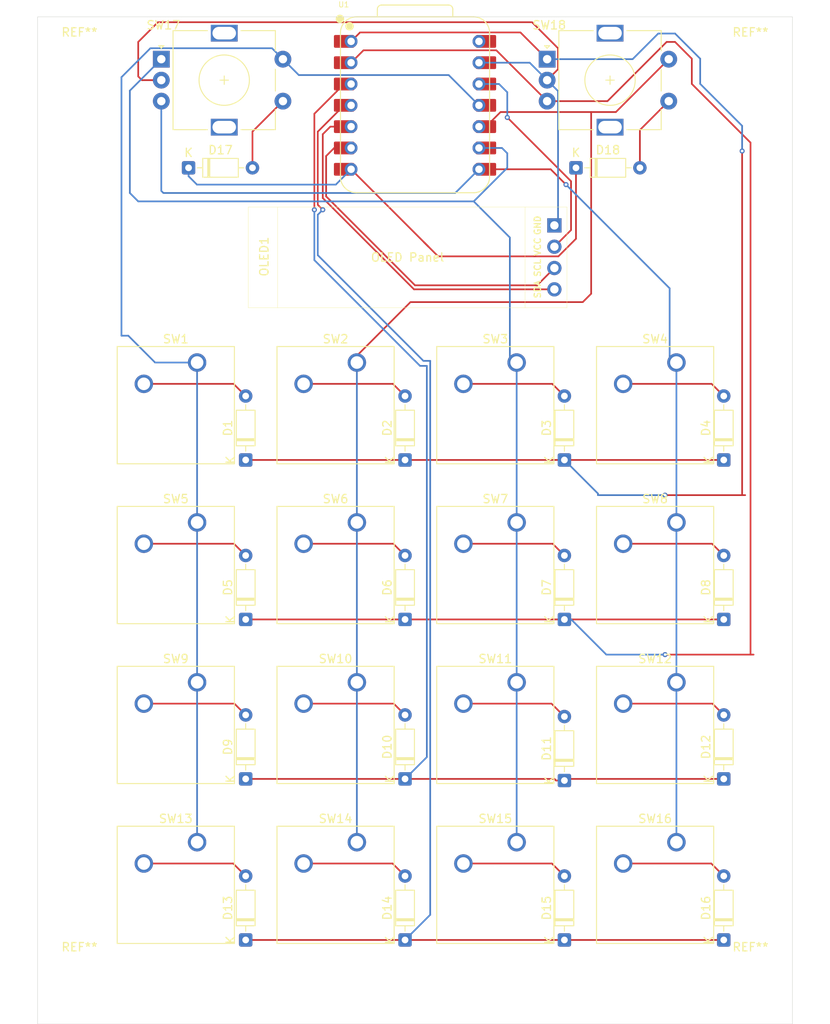
<source format=kicad_pcb>
(kicad_pcb (version 20241229) (generator "pcbnew") (generator_version "9.0")
  (layers (0 "F.Cu" signal) (2 "B.Cu" signal) (13 "F.Paste" user) (15 "B.Paste" user) (5 "F.SilkS" user "F.Silkscreen") (7 "B.SilkS" user "B.Silkscreen") (1 "F.Mask" user) (3 "B.Mask" user) (25 "Edge.Cuts" user))
  (net 0 "")
  (net 1 "Net-(D1-A)")
  (net 2 "Row 0")
  (net 3 "Net-(D2-A)")
  (net 4 "Net-(D3-A)")
  (net 5 "Net-(D4-A)")
  (net 6 "Net-(D5-A)")
  (net 7 "Row 1")
  (net 8 "Net-(D6-A)")
  (net 9 "Net-(D7-A)")
  (net 10 "Net-(D8-A)")
  (net 11 "Row 2")
  (net 12 "Net-(D9-A)")
  (net 13 "Net-(D10-A)")
  (net 14 "Net-(D11-A)")
  (net 15 "Net-(D12-A)")
  (net 16 "Row 3")
  (net 17 "Net-(D13-A)")
  (net 18 "Net-(D14-A)")
  (net 19 "Net-(D15-A)")
  (net 20 "Net-(D16-A)")
  (net 21 "Row 4")
  (net 22 "Net-(D17-A)")
  (net 23 "Net-(D18-A)")
  (net 24 "GND")
  (net 25 "VCC")
  (net 26 "SDA")
  (net 27 "SCL")
  (net 28 "Column 0")
  (net 29 "Column 1")
  (net 30 "Column 2")
  (net 31 "Column 3")
  (footprint "Diode_THT:D_DO-35_SOD27_P7.62mm_Horizontal" (layer "F.Cu") (at 126 53)
    (property "Reference" "D17" (at 3.81 -2.12 0) (layer "F.SilkS"))
    (property "Value" "1N4148")
    (fp_text user "K" (at 0 -1.8 0) (layer "F.SilkS"))
    (pad "1" thru_hole roundrect (at 0 0) (size 1.6 1.6) (drill 0.8) (layers "*.Cu" "*.Mask") (roundrect_rratio 0.15625) (net 21 "Row 4"))
    (pad "2" thru_hole circle (at 7.62 0) (size 1.6 1.6) (drill 0.8) (layers "*.Cu" "*.Mask") (net 22 "Net-(D17-A)"))
  )
  (footprint "MountingHole:MountingHole_3.2mm_M3" (layer "F.Cu") (at 113 150)
    (property "Reference" "REF**" (at 0 -4.15 0) (layer "F.SilkS"))
    (property "Value" "MountingHole_3.2mm_M3")
    (pad "" np_thru_hole circle (at 0 0) (size 3.2 3.2) (drill 3.2) (layers "*.Cu" "*.Mask"))
  )
  (footprint "Button_Switch_Keyboard:SW_Cherry_MX_1.00u_PCB" (layer "F.Cu") (at 146.06625 76.2)
    (property "Reference" "SW2" (at -2.54 -2.794 0) (layer "F.SilkS"))
    (property "Value" "SW_Push")
    (pad "" np_thru_hole circle (at -7.62 5.08) (size 1.7 1.7) (drill 1.7) (layers "*.Cu" "*.Mask"))
    (pad "" np_thru_hole circle (at -2.54 5.08) (size 4 4) (drill 4) (layers "*.Cu" "*.Mask"))
    (pad "" np_thru_hole circle (at 2.54 5.08) (size 1.7 1.7) (drill 1.7) (layers "*.Cu" "*.Mask"))
    (pad "1" thru_hole circle (at 0 0) (size 2.2 2.2) (drill 1.5) (layers "*.Cu" "*.Mask") (net 29 "Column 1"))
    (pad "2" thru_hole circle (at -6.35 2.54) (size 2.2 2.2) (drill 1.5) (layers "*.Cu" "*.Mask") (net 3 "Net-(D2-A)"))
  )
  (footprint "Diode_THT:D_DO-35_SOD27_P7.62mm_Horizontal" (layer "F.Cu") (at 151.81 125.81 90)
    (property "Reference" "D10" (at 3.81 -2.12 90) (layer "F.SilkS"))
    (property "Value" "1N4148")
    (fp_text user "K" (at 0 -1.8 90) (layer "F.SilkS"))
    (pad "1" thru_hole roundrect (at 0 0 90) (size 1.6 1.6) (drill 0.8) (layers "*.Cu" "*.Mask") (roundrect_rratio 0.15625) (net 11 "Row 2"))
    (pad "2" thru_hole circle (at 7.62 0 90) (size 1.6 1.6) (drill 0.8) (layers "*.Cu" "*.Mask") (net 13 "Net-(D10-A)"))
  )
  (footprint "Button_Switch_Keyboard:SW_Cherry_MX_1.00u_PCB" (layer "F.Cu") (at 127.01625 76.2)
    (property "Reference" "SW1" (at -2.54 -2.794 0) (layer "F.SilkS"))
    (property "Value" "SW_Push")
    (pad "" np_thru_hole circle (at -7.62 5.08) (size 1.7 1.7) (drill 1.7) (layers "*.Cu" "*.Mask"))
    (pad "" np_thru_hole circle (at -2.54 5.08) (size 4 4) (drill 4) (layers "*.Cu" "*.Mask"))
    (pad "" np_thru_hole circle (at 2.54 5.08) (size 1.7 1.7) (drill 1.7) (layers "*.Cu" "*.Mask"))
    (pad "1" thru_hole circle (at 0 0) (size 2.2 2.2) (drill 1.5) (layers "*.Cu" "*.Mask") (net 28 "Column 0"))
    (pad "2" thru_hole circle (at -6.35 2.54) (size 2.2 2.2) (drill 1.5) (layers "*.Cu" "*.Mask") (net 1 "Net-(D1-A)"))
  )
  (footprint "Diode_THT:D_DO-35_SOD27_P7.62mm_Horizontal" (layer "F.Cu") (at 170.81 145 90)
    (property "Reference" "D15" (at 3.81 -2.12 90) (layer "F.SilkS"))
    (property "Value" "1N4148")
    (fp_text user "K" (at 0 -1.8 90) (layer "F.SilkS"))
    (pad "1" thru_hole roundrect (at 0 0 90) (size 1.6 1.6) (drill 0.8) (layers "*.Cu" "*.Mask") (roundrect_rratio 0.15625) (net 16 "Row 3"))
    (pad "2" thru_hole circle (at 7.62 0 90) (size 1.6 1.6) (drill 0.8) (layers "*.Cu" "*.Mask") (net 19 "Net-(D15-A)"))
  )
  (footprint "Diode_THT:D_DO-35_SOD27_P7.62mm_Horizontal" (layer "F.Cu") (at 170.81 87.81 90)
    (property "Reference" "D3" (at 3.81 -2.12 90) (layer "F.SilkS"))
    (property "Value" "1N4148")
    (fp_text user "K" (at 0 -1.8 90) (layer "F.SilkS"))
    (pad "1" thru_hole roundrect (at 0 0 90) (size 1.6 1.6) (drill 0.8) (layers "*.Cu" "*.Mask") (roundrect_rratio 0.15625) (net 2 "Row 0"))
    (pad "2" thru_hole circle (at 7.62 0 90) (size 1.6 1.6) (drill 0.8) (layers "*.Cu" "*.Mask") (net 4 "Net-(D3-A)"))
  )
  (footprint "Button_Switch_Keyboard:SW_Cherry_MX_1.00u_PCB" (layer "F.Cu") (at 146.06625 95.25)
    (property "Reference" "SW6" (at -2.54 -2.794 0) (layer "F.SilkS"))
    (property "Value" "SW_Push")
    (pad "" np_thru_hole circle (at -7.62 5.08) (size 1.7 1.7) (drill 1.7) (layers "*.Cu" "*.Mask"))
    (pad "" np_thru_hole circle (at -2.54 5.08) (size 4 4) (drill 4) (layers "*.Cu" "*.Mask"))
    (pad "" np_thru_hole circle (at 2.54 5.08) (size 1.7 1.7) (drill 1.7) (layers "*.Cu" "*.Mask"))
    (pad "1" thru_hole circle (at 0 0) (size 2.2 2.2) (drill 1.5) (layers "*.Cu" "*.Mask") (net 29 "Column 1"))
    (pad "2" thru_hole circle (at -6.35 2.54) (size 2.2 2.2) (drill 1.5) (layers "*.Cu" "*.Mask") (net 8 "Net-(D6-A)"))
  )
  (footprint "Diode_THT:D_DO-35_SOD27_P7.62mm_Horizontal" (layer "F.Cu") (at 170.81 126 90)
    (property "Reference" "D11" (at 3.81 -2.12 90) (layer "F.SilkS"))
    (property "Value" "1N4148")
    (fp_text user "K" (at 0 -1.8 90) (layer "F.SilkS"))
    (pad "1" thru_hole roundrect (at 0 0 90) (size 1.6 1.6) (drill 0.8) (layers "*.Cu" "*.Mask") (roundrect_rratio 0.15625) (net 11 "Row 2"))
    (pad "2" thru_hole circle (at 7.62 0 90) (size 1.6 1.6) (drill 0.8) (layers "*.Cu" "*.Mask") (net 14 "Net-(D11-A)"))
  )
  (footprint "Button_Switch_Keyboard:SW_Cherry_MX_1.00u_PCB" (layer "F.Cu") (at 184.16625 95.25)
    (property "Reference" "SW8" (at -2.54 -2.794 0) (layer "F.SilkS"))
    (property "Value" "SW_Push")
    (pad "" np_thru_hole circle (at -7.62 5.08) (size 1.7 1.7) (drill 1.7) (layers "*.Cu" "*.Mask"))
    (pad "" np_thru_hole circle (at -2.54 5.08) (size 4 4) (drill 4) (layers "*.Cu" "*.Mask"))
    (pad "" np_thru_hole circle (at 2.54 5.08) (size 1.7 1.7) (drill 1.7) (layers "*.Cu" "*.Mask"))
    (pad "1" thru_hole circle (at 0 0) (size 2.2 2.2) (drill 1.5) (layers "*.Cu" "*.Mask") (net 31 "Column 3"))
    (pad "2" thru_hole circle (at -6.35 2.54) (size 2.2 2.2) (drill 1.5) (layers "*.Cu" "*.Mask") (net 10 "Net-(D8-A)"))
  )
  (footprint "MountingHole:MountingHole_3.2mm_M3" (layer "F.Cu") (at 193 41)
    (property "Reference" "REF**" (at 0 -4.15 0) (layer "F.SilkS"))
    (property "Value" "MountingHole_3.2mm_M3")
    (pad "" np_thru_hole circle (at 0 0) (size 3.2 3.2) (drill 3.2) (layers "*.Cu" "*.Mask"))
  )
  (footprint "Diode_THT:D_DO-35_SOD27_P7.62mm_Horizontal" (layer "F.Cu") (at 132.81 145 90)
    (property "Reference" "D13" (at 3.81 -2.12 90) (layer "F.SilkS"))
    (property "Value" "1N4148")
    (fp_text user "K" (at 0 -1.8 90) (layer "F.SilkS"))
    (pad "1" thru_hole roundrect (at 0 0 90) (size 1.6 1.6) (drill 0.8) (layers "*.Cu" "*.Mask") (roundrect_rratio 0.15625) (net 16 "Row 3"))
    (pad "2" thru_hole circle (at 7.62 0 90) (size 1.6 1.6) (drill 0.8) (layers "*.Cu" "*.Mask") (net 17 "Net-(D13-A)"))
  )
  (footprint "Diode_THT:D_DO-35_SOD27_P7.62mm_Horizontal" (layer "F.Cu") (at 172.19 53)
    (property "Reference" "D18" (at 3.81 -2.12 0) (layer "F.SilkS"))
    (property "Value" "1N4148")
    (fp_text user "K" (at 0 -1.8 0) (layer "F.SilkS"))
    (pad "1" thru_hole roundrect (at 0 0) (size 1.6 1.6) (drill 0.8) (layers "*.Cu" "*.Mask") (roundrect_rratio 0.15625) (net 21 "Row 4"))
    (pad "2" thru_hole circle (at 7.62 0) (size 1.6 1.6) (drill 0.8) (layers "*.Cu" "*.Mask") (net 23 "Net-(D18-A)"))
  )
  (footprint "Button_Switch_Keyboard:SW_Cherry_MX_1.00u_PCB" (layer "F.Cu") (at 127.01625 114.3)
    (property "Reference" "SW9" (at -2.54 -2.794 0) (layer "F.SilkS"))
    (property "Value" "SW_Push")
    (pad "" np_thru_hole circle (at -7.62 5.08) (size 1.7 1.7) (drill 1.7) (layers "*.Cu" "*.Mask"))
    (pad "" np_thru_hole circle (at -2.54 5.08) (size 4 4) (drill 4) (layers "*.Cu" "*.Mask"))
    (pad "" np_thru_hole circle (at 2.54 5.08) (size 1.7 1.7) (drill 1.7) (layers "*.Cu" "*.Mask"))
    (pad "1" thru_hole circle (at 0 0) (size 2.2 2.2) (drill 1.5) (layers "*.Cu" "*.Mask") (net 28 "Column 0"))
    (pad "2" thru_hole circle (at -6.35 2.54) (size 2.2 2.2) (drill 1.5) (layers "*.Cu" "*.Mask") (net 12 "Net-(D9-A)"))
  )
  (footprint "Seeed Studio XIAO Series Library:XIAO-RP2040-DIP" (layer "F.Cu") (at 153 45.555)
    (property "Reference" "U1" (at -8.5 -12 0) (layer "F.SilkS") (effects (font (size 0.635 0.635) (thickness 0.1016))))
    (property "Value" "XIAO-RP2040-DIP")
    (pad "1" smd roundrect (at -8.455 -7.62 180) (size 2.432 1.524) (layers "F.Cu" "F.Mask") (roundrect_rratio 0.1) (net 2 "Row 0"))
    (pad "1" thru_hole circle (at -7.62 -7.62 180) (size 1.524 1.524) (drill 0.889) (layers "*.Cu" "*.Mask") (net 2 "Row 0"))
    (pad "2" smd roundrect (at -8.455 -5.08 180) (size 2.432 1.524) (layers "F.Cu" "F.Mask") (roundrect_rratio 0.1) (net 7 "Row 1"))
    (pad "2" thru_hole circle (at -7.62 -5.08 180) (size 1.524 1.524) (drill 0.889) (layers "*.Cu" "*.Mask") (net 7 "Row 1"))
    (pad "3" smd roundrect (at -8.455 -2.54 180) (size 2.432 1.524) (layers "F.Cu" "F.Mask") (roundrect_rratio 0.1) (net 11 "Row 2"))
    (pad "3" thru_hole circle (at -7.62 -2.54 180) (size 1.524 1.524) (drill 0.889) (layers "*.Cu" "*.Mask") (net 11 "Row 2"))
    (pad "4" smd roundrect (at -8.455 0 180) (size 2.432 1.524) (layers "F.Cu" "F.Mask") (roundrect_rratio 0.1) (net 16 "Row 3"))
    (pad "4" thru_hole circle (at -7.62 0 180) (size 1.524 1.524) (drill 0.889) (layers "*.Cu" "*.Mask") (net 16 "Row 3"))
    (pad "5" smd roundrect (at -8.455 2.54 180) (size 2.432 1.524) (layers "F.Cu" "F.Mask") (roundrect_rratio 0.1) (net 26 "SDA"))
    (pad "5" thru_hole circle (at -7.62 2.54 180) (size 1.524 1.524) (drill 0.889) (layers "*.Cu" "*.Mask") (net 26 "SDA"))
    (pad "6" smd roundrect (at -8.455 5.08 180) (size 2.432 1.524) (layers "F.Cu" "F.Mask") (roundrect_rratio 0.1) (net 27 "SCL"))
    (pad "6" thru_hole circle (at -7.62 5.08 180) (size 1.524 1.524) (drill 0.889) (layers "*.Cu" "*.Mask") (net 27 "SCL"))
    (pad "7" smd roundrect (at -8.455 7.62 180) (size 2.432 1.524) (layers "F.Cu" "F.Mask") (roundrect_rratio 0.1) (net 21 "Row 4"))
    (pad "7" thru_hole circle (at -7.62 7.62 180) (size 1.524 1.524) (drill 0.889) (layers "*.Cu" "*.Mask") (net 21 "Row 4"))
    (pad "8" thru_hole circle (at 7.62 7.62) (size 1.524 1.524) (drill 0.889) (layers "*.Cu" "*.Mask") (net 31 "Column 3"))
    (pad "8" smd roundrect (at 8.455 7.62) (size 2.432 1.524) (layers "F.Cu" "F.Mask") (roundrect_rratio 0.1) (net 31 "Column 3"))
    (pad "9" thru_hole circle (at 7.62 5.08) (size 1.524 1.524) (drill 0.889) (layers "*.Cu" "*.Mask") (net 30 "Column 2"))
    (pad "9" smd roundrect (at 8.455 5.08) (size 2.432 1.524) (layers "F.Cu" "F.Mask") (roundrect_rratio 0.1) (net 30 "Column 2"))
    (pad "10" thru_hole circle (at 7.62 2.54) (size 1.524 1.524) (drill 0.889) (layers "*.Cu" "*.Mask") (net 29 "Column 1"))
    (pad "10" smd roundrect (at 8.455 2.54) (size 2.432 1.524) (layers "F.Cu" "F.Mask") (roundrect_rratio 0.1) (net 29 "Column 1"))
    (pad "11" thru_hole circle (at 7.62 0) (size 1.524 1.524) (drill 0.889) (layers "*.Cu" "*.Mask") (net 28 "Column 0"))
    (pad "11" smd roundrect (at 8.455 0) (size 2.432 1.524) (layers "F.Cu" "F.Mask") (roundrect_rratio 0.1) (net 28 "Column 0"))
    (pad "12" thru_hole circle (at 7.62 -2.54) (size 1.524 1.524) (drill 0.889) (layers "*.Cu" "*.Mask") (net 25 "VCC"))
    (pad "12" smd roundrect (at 8.455 -2.54) (size 2.432 1.524) (layers "F.Cu" "F.Mask") (roundrect_rratio 0.1) (net 25 "VCC"))
    (pad "13" thru_hole circle (at 7.62 -5.08) (size 1.524 1.524) (drill 0.889) (layers "*.Cu" "*.Mask") (net 24 "GND"))
    (pad "13" smd roundrect (at 8.455 -5.08) (size 2.432 1.524) (layers "F.Cu" "F.Mask") (roundrect_rratio 0.1) (net 24 "GND"))
    (pad "14" thru_hole circle (at 7.62 -7.62) (size 1.524 1.524) (drill 0.889) (layers "*.Cu" "*.Mask"))
    (pad "14" smd roundrect (at 8.455 -7.62) (size 2.432 1.524) (layers "F.Cu" "F.Mask") (roundrect_rratio 0.1))
  )
  (footprint "Diode_THT:D_DO-35_SOD27_P7.62mm_Horizontal" (layer "F.Cu") (at 189.81 145 90)
    (property "Reference" "D16" (at 3.81 -2.12 90) (layer "F.SilkS"))
    (property "Value" "1N4148")
    (fp_text user "K" (at 0 -1.8 90) (layer "F.SilkS"))
    (pad "1" thru_hole roundrect (at 0 0 90) (size 1.6 1.6) (drill 0.8) (layers "*.Cu" "*.Mask") (roundrect_rratio 0.15625) (net 16 "Row 3"))
    (pad "2" thru_hole circle (at 7.62 0 90) (size 1.6 1.6) (drill 0.8) (layers "*.Cu" "*.Mask") (net 20 "Net-(D16-A)"))
  )
  (footprint "Diode_THT:D_DO-35_SOD27_P7.62mm_Horizontal" (layer "F.Cu") (at 132.81 106.81 90)
    (property "Reference" "D5" (at 3.81 -2.12 90) (layer "F.SilkS"))
    (property "Value" "1N4148")
    (fp_text user "K" (at 0 -1.8 90) (layer "F.SilkS"))
    (pad "1" thru_hole roundrect (at 0 0 90) (size 1.6 1.6) (drill 0.8) (layers "*.Cu" "*.Mask") (roundrect_rratio 0.15625) (net 7 "Row 1"))
    (pad "2" thru_hole circle (at 7.62 0 90) (size 1.6 1.6) (drill 0.8) (layers "*.Cu" "*.Mask") (net 6 "Net-(D5-A)"))
  )
  (footprint "Diode_THT:D_DO-35_SOD27_P7.62mm_Horizontal" (layer "F.Cu") (at 189.81 125.81 90)
    (property "Reference" "D12" (at 3.81 -2.12 90) (layer "F.SilkS"))
    (property "Value" "1N4148")
    (fp_text user "K" (at 0 -1.8 90) (layer "F.SilkS"))
    (pad "1" thru_hole roundrect (at 0 0 90) (size 1.6 1.6) (drill 0.8) (layers "*.Cu" "*.Mask") (roundrect_rratio 0.15625) (net 11 "Row 2"))
    (pad "2" thru_hole circle (at 7.62 0 90) (size 1.6 1.6) (drill 0.8) (layers "*.Cu" "*.Mask") (net 15 "Net-(D12-A)"))
  )
  (footprint "Button_Switch_Keyboard:SW_Cherry_MX_1.00u_PCB" (layer "F.Cu") (at 165.11625 133.35)
    (property "Reference" "SW15" (at -2.54 -2.794 0) (layer "F.SilkS"))
    (property "Value" "SW_Push")
    (pad "" np_thru_hole circle (at -7.62 5.08) (size 1.7 1.7) (drill 1.7) (layers "*.Cu" "*.Mask"))
    (pad "" np_thru_hole circle (at -2.54 5.08) (size 4 4) (drill 4) (layers "*.Cu" "*.Mask"))
    (pad "" np_thru_hole circle (at 2.54 5.08) (size 1.7 1.7) (drill 1.7) (layers "*.Cu" "*.Mask"))
    (pad "1" thru_hole circle (at 0 0) (size 2.2 2.2) (drill 1.5) (layers "*.Cu" "*.Mask") (net 30 "Column 2"))
    (pad "2" thru_hole circle (at -6.35 2.54) (size 2.2 2.2) (drill 1.5) (layers "*.Cu" "*.Mask") (net 19 "Net-(D15-A)"))
  )
  (footprint "Button_Switch_Keyboard:SW_Cherry_MX_1.00u_PCB" (layer "F.Cu") (at 184.16625 76.2)
    (property "Reference" "SW4" (at -2.54 -2.794 0) (layer "F.SilkS"))
    (property "Value" "SW_Push")
    (pad "" np_thru_hole circle (at -7.62 5.08) (size 1.7 1.7) (drill 1.7) (layers "*.Cu" "*.Mask"))
    (pad "" np_thru_hole circle (at -2.54 5.08) (size 4 4) (drill 4) (layers "*.Cu" "*.Mask"))
    (pad "" np_thru_hole circle (at 2.54 5.08) (size 1.7 1.7) (drill 1.7) (layers "*.Cu" "*.Mask"))
    (pad "1" thru_hole circle (at 0 0) (size 2.2 2.2) (drill 1.5) (layers "*.Cu" "*.Mask") (net 31 "Column 3"))
    (pad "2" thru_hole circle (at -6.35 2.54) (size 2.2 2.2) (drill 1.5) (layers "*.Cu" "*.Mask") (net 5 "Net-(D4-A)"))
  )
  (footprint "Button_Switch_Keyboard:SW_Cherry_MX_1.00u_PCB" (layer "F.Cu") (at 184.16625 133.35)
    (property "Reference" "SW16" (at -2.54 -2.794 0) (layer "F.SilkS"))
    (property "Value" "SW_Push")
    (pad "" np_thru_hole circle (at -7.62 5.08) (size 1.7 1.7) (drill 1.7) (layers "*.Cu" "*.Mask"))
    (pad "" np_thru_hole circle (at -2.54 5.08) (size 4 4) (drill 4) (layers "*.Cu" "*.Mask"))
    (pad "" np_thru_hole circle (at 2.54 5.08) (size 1.7 1.7) (drill 1.7) (layers "*.Cu" "*.Mask"))
    (pad "1" thru_hole circle (at 0 0) (size 2.2 2.2) (drill 1.5) (layers "*.Cu" "*.Mask") (net 31 "Column 3"))
    (pad "2" thru_hole circle (at -6.35 2.54) (size 2.2 2.2) (drill 1.5) (layers "*.Cu" "*.Mask") (net 20 "Net-(D16-A)"))
  )
  (footprint "Diode_THT:D_DO-35_SOD27_P7.62mm_Horizontal" (layer "F.Cu") (at 151.81 87.81 90)
    (property "Reference" "D2" (at 3.81 -2.12 90) (layer "F.SilkS"))
    (property "Value" "1N4148")
    (fp_text user "K" (at 0 -1.8 90) (layer "F.SilkS"))
    (pad "1" thru_hole roundrect (at 0 0 90) (size 1.6 1.6) (drill 0.8) (layers "*.Cu" "*.Mask") (roundrect_rratio 0.15625) (net 2 "Row 0"))
    (pad "2" thru_hole circle (at 7.62 0 90) (size 1.6 1.6) (drill 0.8) (layers "*.Cu" "*.Mask") (net 3 "Net-(D2-A)"))
  )
  (footprint "Diode_THT:D_DO-35_SOD27_P7.62mm_Horizontal" (layer "F.Cu") (at 132.81 87.81 90)
    (property "Reference" "D1" (at 3.81 -2.12 90) (layer "F.SilkS"))
    (property "Value" "1N4148")
    (fp_text user "K" (at 0 -1.8 90) (layer "F.SilkS"))
    (pad "1" thru_hole roundrect (at 0 0 90) (size 1.6 1.6) (drill 0.8) (layers "*.Cu" "*.Mask") (roundrect_rratio 0.15625) (net 2 "Row 0"))
    (pad "2" thru_hole circle (at 7.62 0 90) (size 1.6 1.6) (drill 0.8) (layers "*.Cu" "*.Mask") (net 1 "Net-(D1-A)"))
  )
  (footprint "Diode_THT:D_DO-35_SOD27_P7.62mm_Horizontal" (layer "F.Cu") (at 189.81 87.81 90)
    (property "Reference" "D4" (at 3.81 -2.12 90) (layer "F.SilkS"))
    (property "Value" "1N4148")
    (fp_text user "K" (at 0 -1.8 90) (layer "F.SilkS"))
    (pad "1" thru_hole roundrect (at 0 0 90) (size 1.6 1.6) (drill 0.8) (layers "*.Cu" "*.Mask") (roundrect_rratio 0.15625) (net 2 "Row 0"))
    (pad "2" thru_hole circle (at 7.62 0 90) (size 1.6 1.6) (drill 0.8) (layers "*.Cu" "*.Mask") (net 5 "Net-(D4-A)"))
  )
  (footprint "Diode_THT:D_DO-35_SOD27_P7.62mm_Horizontal" (layer "F.Cu") (at 151.81 145 90)
    (property "Reference" "D14" (at 3.81 -2.12 90) (layer "F.SilkS"))
    (property "Value" "1N4148")
    (fp_text user "K" (at 0 -1.8 90) (layer "F.SilkS"))
    (pad "1" thru_hole roundrect (at 0 0 90) (size 1.6 1.6) (drill 0.8) (layers "*.Cu" "*.Mask") (roundrect_rratio 0.15625) (net 16 "Row 3"))
    (pad "2" thru_hole circle (at 7.62 0 90) (size 1.6 1.6) (drill 0.8) (layers "*.Cu" "*.Mask") (net 18 "Net-(D14-A)"))
  )
  (footprint "Diode_THT:D_DO-35_SOD27_P7.62mm_Horizontal" (layer "F.Cu") (at 151.81 106.81 90)
    (property "Reference" "D6" (at 3.81 -2.12 90) (layer "F.SilkS"))
    (property "Value" "1N4148")
    (fp_text user "K" (at 0 -1.8 90) (layer "F.SilkS"))
    (pad "1" thru_hole roundrect (at 0 0 90) (size 1.6 1.6) (drill 0.8) (layers "*.Cu" "*.Mask") (roundrect_rratio 0.15625) (net 7 "Row 1"))
    (pad "2" thru_hole circle (at 7.62 0 90) (size 1.6 1.6) (drill 0.8) (layers "*.Cu" "*.Mask") (net 8 "Net-(D6-A)"))
  )
  (footprint "KiCad-SSD1306-0.91-OLED-4pin-128x32.pretty-master:SSD1306-0.91-OLED-4pin-128x32" (layer "F.Cu") (at 133.115 57.67)
    (property "Reference" "OLED1" (at 1.9 5.91 90) (layer "F.SilkS"))
    (property "Value" "SSD1306 0.91\" OLED")
    (fp_text user "SCL" (at 34.5 7.27 270) (layer "F.SilkS") (effects (font (size 0.75 0.75))))
    (fp_text user "SDA" (at 34.5 9.81 270) (layer "F.SilkS") (effects (font (size 0.75 0.75))))
    (fp_text user "VCC" (at 34.5 4.73 270) (layer "F.SilkS") (effects (font (size 0.75 0.75))))
    (fp_text user "OLED Panel" (at 19 6 0) (layer "F.SilkS"))
    (fp_text user "GND" (at 34.5 2.19 270) (layer "F.SilkS") (effects (font (size 0.75 0.75))))
    (pad "1" thru_hole rect (at 36.5 2.19) (size 1.7 1.7) (drill 1) (layers "*.Cu" "*.Mask") (net 24 "GND"))
    (pad "2" thru_hole oval (at 36.5 4.73) (size 1.7 1.7) (drill 1) (layers "*.Cu" "*.Mask") (net 25 "VCC"))
    (pad "3" thru_hole oval (at 36.5 7.27) (size 1.7 1.7) (drill 1) (layers "*.Cu" "*.Mask") (net 27 "SCL"))
    (pad "4" thru_hole oval (at 36.5 9.81) (size 1.7 1.7) (drill 1) (layers "*.Cu" "*.Mask") (net 26 "SDA"))
  )
  (footprint "Button_Switch_Keyboard:SW_Cherry_MX_1.00u_PCB" (layer "F.Cu") (at 127.01625 95.25)
    (property "Reference" "SW5" (at -2.54 -2.794 0) (layer "F.SilkS"))
    (property "Value" "SW_Push")
    (pad "" np_thru_hole circle (at -7.62 5.08) (size 1.7 1.7) (drill 1.7) (layers "*.Cu" "*.Mask"))
    (pad "" np_thru_hole circle (at -2.54 5.08) (size 4 4) (drill 4) (layers "*.Cu" "*.Mask"))
    (pad "" np_thru_hole circle (at 2.54 5.08) (size 1.7 1.7) (drill 1.7) (layers "*.Cu" "*.Mask"))
    (pad "1" thru_hole circle (at 0 0) (size 2.2 2.2) (drill 1.5) (layers "*.Cu" "*.Mask") (net 28 "Column 0"))
    (pad "2" thru_hole circle (at -6.35 2.54) (size 2.2 2.2) (drill 1.5) (layers "*.Cu" "*.Mask") (net 6 "Net-(D5-A)"))
  )
  (footprint "Button_Switch_Keyboard:SW_Cherry_MX_1.00u_PCB" (layer "F.Cu") (at 165.11625 76.2)
    (property "Reference" "SW3" (at -2.54 -2.794 0) (layer "F.SilkS"))
    (property "Value" "SW_Push")
    (pad "" np_thru_hole circle (at -7.62 5.08) (size 1.7 1.7) (drill 1.7) (layers "*.Cu" "*.Mask"))
    (pad "" np_thru_hole circle (at -2.54 5.08) (size 4 4) (drill 4) (layers "*.Cu" "*.Mask"))
    (pad "" np_thru_hole circle (at 2.54 5.08) (size 1.7 1.7) (drill 1.7) (layers "*.Cu" "*.Mask"))
    (pad "1" thru_hole circle (at 0 0) (size 2.2 2.2) (drill 1.5) (layers "*.Cu" "*.Mask") (net 30 "Column 2"))
    (pad "2" thru_hole circle (at -6.35 2.54) (size 2.2 2.2) (drill 1.5) (layers "*.Cu" "*.Mask") (net 4 "Net-(D3-A)"))
  )
  (footprint "Diode_THT:D_DO-35_SOD27_P7.62mm_Horizontal" (layer "F.Cu") (at 132.81 125.81 90)
    (property "Reference" "D9" (at 3.81 -2.12 90) (layer "F.SilkS"))
    (property "Value" "1N4148")
    (fp_text user "K" (at 0 -1.8 90) (layer "F.SilkS"))
    (pad "1" thru_hole roundrect (at 0 0 90) (size 1.6 1.6) (drill 0.8) (layers "*.Cu" "*.Mask") (roundrect_rratio 0.15625) (net 11 "Row 2"))
    (pad "2" thru_hole circle (at 7.62 0 90) (size 1.6 1.6) (drill 0.8) (layers "*.Cu" "*.Mask") (net 12 "Net-(D9-A)"))
  )
  (footprint "Rotary_Encoder:RotaryEncoder_Alps_EC11E-Switch_Vertical_H20mm" (layer "F.Cu") (at 122.75 40.055)
    (property "Reference" "SW17" (at 0.25 -4.055 0) (layer "F.SilkS"))
    (property "Value" "RotaryEncoder_Switch")
    (pad "A" thru_hole rect (at 0 0) (size 2 2) (drill 1) (layers "*.Cu" "*.Mask") (net 30 "Column 2"))
    (pad "B" thru_hole circle (at 0 5) (size 2 2) (drill 1) (layers "*.Cu" "*.Mask") (net 31 "Column 3"))
    (pad "C" thru_hole circle (at 0 2.5) (size 2 2) (drill 1) (layers "*.Cu" "*.Mask") (net 24 "GND"))
    (pad "MP" thru_hole rect (at 7.5 -3.1) (size 3.2 2) (drill oval 2.8 1.5) (layers "*.Cu" "*.Mask"))
    (pad "MP" thru_hole rect (at 7.5 8.1) (size 3.2 2) (drill oval 2.8 1.5) (layers "*.Cu" "*.Mask"))
    (pad "S1" thru_hole circle (at 14.5 5) (size 2 2) (drill 1) (layers "*.Cu" "*.Mask") (net 22 "Net-(D17-A)"))
    (pad "S2" thru_hole circle (at 14.5 0) (size 2 2) (drill 1) (layers "*.Cu" "*.Mask") (net 28 "Column 0"))
  )
  (footprint "Button_Switch_Keyboard:SW_Cherry_MX_1.00u_PCB" (layer "F.Cu") (at 146.06625 133.35)
    (property "Reference" "SW14" (at -2.54 -2.794 0) (layer "F.SilkS"))
    (property "Value" "SW_Push")
    (pad "" np_thru_hole circle (at -7.62 5.08) (size 1.7 1.7) (drill 1.7) (layers "*.Cu" "*.Mask"))
    (pad "" np_thru_hole circle (at -2.54 5.08) (size 4 4) (drill 4) (layers "*.Cu" "*.Mask"))
    (pad "" np_thru_hole circle (at 2.54 5.08) (size 1.7 1.7) (drill 1.7) (layers "*.Cu" "*.Mask"))
    (pad "1" thru_hole circle (at 0 0) (size 2.2 2.2) (drill 1.5) (layers "*.Cu" "*.Mask") (net 29 "Column 1"))
    (pad "2" thru_hole circle (at -6.35 2.54) (size 2.2 2.2) (drill 1.5) (layers "*.Cu" "*.Mask") (net 18 "Net-(D14-A)"))
  )
  (footprint "Diode_THT:D_DO-35_SOD27_P7.62mm_Horizontal" (layer "F.Cu") (at 189.81 106.81 90)
    (property "Reference" "D8" (at 3.81 -2.12 90) (layer "F.SilkS"))
    (property "Value" "1N4148")
    (fp_text user "K" (at 0 -1.8 90) (layer "F.SilkS"))
    (pad "1" thru_hole roundrect (at 0 0 90) (size 1.6 1.6) (drill 0.8) (layers "*.Cu" "*.Mask") (roundrect_rratio 0.15625) (net 7 "Row 1"))
    (pad "2" thru_hole circle (at 7.62 0 90) (size 1.6 1.6) (drill 0.8) (layers "*.Cu" "*.Mask") (net 10 "Net-(D8-A)"))
  )
  (footprint "Rotary_Encoder:RotaryEncoder_Alps_EC11E-Switch_Vertical_H20mm" (layer "F.Cu") (at 168.75 40.055)
    (property "Reference" "SW18" (at 0.25 -4.055 0) (layer "F.SilkS"))
    (property "Value" "RotaryEncoder_Switch")
    (pad "A" thru_hole rect (at 0 0) (size 2 2) (drill 1) (layers "*.Cu" "*.Mask") (net 2 "Row 0"))
    (pad "B" thru_hole circle (at 0 5) (size 2 2) (drill 1) (layers "*.Cu" "*.Mask") (net 7 "Row 1"))
    (pad "C" thru_hole circle (at 0 2.5) (size 2 2) (drill 1) (layers "*.Cu" "*.Mask") (net 24 "GND"))
    (pad "MP" thru_hole rect (at 7.5 -3.1) (size 3.2 2) (drill oval 2.8 1.5) (layers "*.Cu" "*.Mask"))
    (pad "MP" thru_hole rect (at 7.5 8.1) (size 3.2 2) (drill oval 2.8 1.5) (layers "*.Cu" "*.Mask"))
    (pad "S1" thru_hole circle (at 14.5 5) (size 2 2) (drill 1) (layers "*.Cu" "*.Mask") (net 23 "Net-(D18-A)"))
    (pad "S2" thru_hole circle (at 14.5 0) (size 2 2) (drill 1) (layers "*.Cu" "*.Mask") (net 29 "Column 1"))
  )
  (footprint "Button_Switch_Keyboard:SW_Cherry_MX_1.00u_PCB" (layer "F.Cu") (at 165.11625 114.3)
    (property "Reference" "SW11" (at -2.54 -2.794 0) (layer "F.SilkS"))
    (property "Value" "SW_Push")
    (pad "" np_thru_hole circle (at -7.62 5.08) (size 1.7 1.7) (drill 1.7) (layers "*.Cu" "*.Mask"))
    (pad "" np_thru_hole circle (at -2.54 5.08) (size 4 4) (drill 4) (layers "*.Cu" "*.Mask"))
    (pad "" np_thru_hole circle (at 2.54 5.08) (size 1.7 1.7) (drill 1.7) (layers "*.Cu" "*.Mask"))
    (pad "1" thru_hole circle (at 0 0) (size 2.2 2.2) (drill 1.5) (layers "*.Cu" "*.Mask") (net 30 "Column 2"))
    (pad "2" thru_hole circle (at -6.35 2.54) (size 2.2 2.2) (drill 1.5) (layers "*.Cu" "*.Mask") (net 14 "Net-(D11-A)"))
  )
  (footprint "Button_Switch_Keyboard:SW_Cherry_MX_1.00u_PCB" (layer "F.Cu") (at 165.11625 95.25)
    (property "Reference" "SW7" (at -2.54 -2.794 0) (layer "F.SilkS"))
    (property "Value" "SW_Push")
    (pad "" np_thru_hole circle (at -7.62 5.08) (size 1.7 1.7) (drill 1.7) (layers "*.Cu" "*.Mask"))
    (pad "" np_thru_hole circle (at -2.54 5.08) (size 4 4) (drill 4) (layers "*.Cu" "*.Mask"))
    (pad "" np_thru_hole circle (at 2.54 5.08) (size 1.7 1.7) (drill 1.7) (layers "*.Cu" "*.Mask"))
    (pad "1" thru_hole circle (at 0 0) (size 2.2 2.2) (drill 1.5) (layers "*.Cu" "*.Mask") (net 30 "Column 2"))
    (pad "2" thru_hole circle (at -6.35 2.54) (size 2.2 2.2) (drill 1.5) (layers "*.Cu" "*.Mask") (net 9 "Net-(D7-A)"))
  )
  (footprint "Diode_THT:D_DO-35_SOD27_P7.62mm_Horizontal" (layer "F.Cu") (at 170.81 106.81 90)
    (property "Reference" "D7" (at 3.81 -2.12 90) (layer "F.SilkS"))
    (property "Value" "1N4148")
    (fp_text user "K" (at 0 -1.8 90) (layer "F.SilkS"))
    (pad "1" thru_hole roundrect (at 0 0 90) (size 1.6 1.6) (drill 0.8) (layers "*.Cu" "*.Mask") (roundrect_rratio 0.15625) (net 7 "Row 1"))
    (pad "2" thru_hole circle (at 7.62 0 90) (size 1.6 1.6) (drill 0.8) (layers "*.Cu" "*.Mask") (net 9 "Net-(D7-A)"))
  )
  (footprint "Button_Switch_Keyboard:SW_Cherry_MX_1.00u_PCB" (layer "F.Cu") (at 127.01625 133.35)
    (property "Reference" "SW13" (at -2.54 -2.794 0) (layer "F.SilkS"))
    (property "Value" "SW_Push")
    (pad "" np_thru_hole circle (at -7.62 5.08) (size 1.7 1.7) (drill 1.7) (layers "*.Cu" "*.Mask"))
    (pad "" np_thru_hole circle (at -2.54 5.08) (size 4 4) (drill 4) (layers "*.Cu" "*.Mask"))
    (pad "" np_thru_hole circle (at 2.54 5.08) (size 1.7 1.7) (drill 1.7) (layers "*.Cu" "*.Mask"))
    (pad "1" thru_hole circle (at 0 0) (size 2.2 2.2) (drill 1.5) (layers "*.Cu" "*.Mask") (net 28 "Column 0"))
    (pad "2" thru_hole circle (at -6.35 2.54) (size 2.2 2.2) (drill 1.5) (layers "*.Cu" "*.Mask") (net 17 "Net-(D13-A)"))
  )
  (footprint "MountingHole:MountingHole_3.2mm_M3" (layer "F.Cu") (at 113 41)
    (property "Reference" "REF**" (at 0 -4.15 0) (layer "F.SilkS"))
    (property "Value" "MountingHole_3.2mm_M3")
    (pad "" np_thru_hole circle (at 0 0) (size 3.2 3.2) (drill 3.2) (layers "*.Cu" "*.Mask"))
  )
  (footprint "Button_Switch_Keyboard:SW_Cherry_MX_1.00u_PCB" (layer "F.Cu") (at 146.06625 114.3)
    (property "Reference" "SW10" (at -2.54 -2.794 0) (layer "F.SilkS"))
    (property "Value" "SW_Push")
    (pad "" np_thru_hole circle (at -7.62 5.08) (size 1.7 1.7) (drill 1.7) (layers "*.Cu" "*.Mask"))
    (pad "" np_thru_hole circle (at -2.54 5.08) (size 4 4) (drill 4) (layers "*.Cu" "*.Mask"))
    (pad "" np_thru_hole circle (at 2.54 5.08) (size 1.7 1.7) (drill 1.7) (layers "*.Cu" "*.Mask"))
    (pad "1" thru_hole circle (at 0 0) (size 2.2 2.2) (drill 1.5) (layers "*.Cu" "*.Mask") (net 29 "Column 1"))
    (pad "2" thru_hole circle (at -6.35 2.54) (size 2.2 2.2) (drill 1.5) (layers "*.Cu" "*.Mask") (net 13 "Net-(D10-A)"))
  )
  (footprint "MountingHole:MountingHole_3.2mm_M3" (layer "F.Cu") (at 193 150)
    (property "Reference" "REF**" (at 0 -4.15 0) (layer "F.SilkS"))
    (property "Value" "MountingHole_3.2mm_M3")
    (pad "" np_thru_hole circle (at 0 0) (size 3.2 3.2) (drill 3.2) (layers "*.Cu" "*.Mask"))
  )
  (footprint "Button_Switch_Keyboard:SW_Cherry_MX_1.00u_PCB" (layer "F.Cu") (at 184.16625 114.3)
    (property "Reference" "SW12" (at -2.54 -2.794 0) (layer "F.SilkS"))
    (property "Value" "SW_Push")
    (pad "" np_thru_hole circle (at -7.62 5.08) (size 1.7 1.7) (drill 1.7) (layers "*.Cu" "*.Mask"))
    (pad "" np_thru_hole circle (at -2.54 5.08) (size 4 4) (drill 4) (layers "*.Cu" "*.Mask"))
    (pad "" np_thru_hole circle (at 2.54 5.08) (size 1.7 1.7) (drill 1.7) (layers "*.Cu" "*.Mask"))
    (pad "1" thru_hole circle (at 0 0) (size 2.2 2.2) (drill 1.5) (layers "*.Cu" "*.Mask") (net 31 "Column 3"))
    (pad "2" thru_hole circle (at -6.35 2.54) (size 2.2 2.2) (drill 1.5) (layers "*.Cu" "*.Mask") (net 15 "Net-(D12-A)"))
  )
  (gr_rect (start 108 35.014) (end 198 155.014) (stroke (width 0.05)) (fill no) (layer "Edge.Cuts"))
  (segment (start 131.36 78.74) (end 120.66625 78.74) (width 0.2) (layer "F.Cu") (net 1))
  (segment (start 132.81 80.19) (end 131.36 78.74) (width 0.2) (layer "F.Cu") (net 1))
  (segment (start 168.75 40.055) (end 165.567 36.872) (width 0.2) (layer "F.Cu") (net 2))
  (segment (start 192.36375 92) (end 182.36375 92) (width 0.2) (layer "F.Cu") (net 2))
  (segment (start 132.81 87.81) (end 151.81 87.81) (width 0.2) (layer "F.Cu") (net 2))
  (segment (start 170.81 87.81) (end 189.81 87.81) (width 0.2) (layer "F.Cu") (net 2))
  (segment (start 146.443 36.872) (end 145.38 37.935) (width 0.2) (layer "F.Cu") (net 2))
  (segment (start 165.567 36.872) (end 146.443 36.872) (width 0.2) (layer "F.Cu") (net 2))
  (segment (start 151.81 87.81) (end 170.81 87.81) (width 0.2) (layer "F.Cu") (net 2))
  (segment (start 192 51) (end 192 92) (width 0.2) (layer "F.Cu") (net 2))
  (via (at 192 51) (size 0.6) (drill 0.3) (layers "F.Cu" "B.Cu") (net 2))
  (via (at 182.81 92) (size 0.6) (drill 0.3) (layers "F.Cu" "B.Cu") (net 2))
  (segment (start 170.81 87.81) (end 174.81 91.81) (width 0.2) (layer "B.Cu") (net 2))
  (segment (start 187 43) (end 187 40) (width 0.2) (layer "B.Cu") (net 2))
  (segment (start 184 37) (end 182 37) (width 0.2) (layer "B.Cu") (net 2))
  (segment (start 192 48) (end 187 43) (width 0.2) (layer "B.Cu") (net 2))
  (segment (start 182 37) (end 178.945 40.055) (width 0.2) (layer "B.Cu") (net 2))
  (segment (start 174.81 91.81) (end 174.81 92) (width 0.2) (layer "B.Cu") (net 2))
  (segment (start 178.945 40.055) (end 168.75 40.055) (width 0.2) (layer "B.Cu") (net 2))
  (segment (start 174.81 92) (end 182.81 92) (width 0.2) (layer "B.Cu") (net 2))
  (segment (start 192 51) (end 192 48) (width 0.2) (layer "B.Cu") (net 2))
  (segment (start 187 40) (end 184 37) (width 0.2) (layer "B.Cu") (net 2))
  (segment (start 150.36 78.74) (end 139.71625 78.74) (width 0.2) (layer "F.Cu") (net 3))
  (segment (start 151.81 80.19) (end 150.36 78.74) (width 0.2) (layer "F.Cu") (net 3))
  (segment (start 170.81 80.19) (end 169.36 78.74) (width 0.2) (layer "F.Cu") (net 4))
  (segment (start 169.36 78.74) (end 158.76625 78.74) (width 0.2) (layer "F.Cu") (net 4))
  (segment (start 188.36 78.74) (end 177.81625 78.74) (width 0.2) (layer "F.Cu") (net 5))
  (segment (start 189.81 80.19) (end 188.36 78.74) (width 0.2) (layer "F.Cu") (net 5))
  (segment (start 132.81 99.19) (end 131.41 97.79) (width 0.2) (layer "F.Cu") (net 6))
  (segment (start 131.41 97.79) (end 120.66625 97.79) (width 0.2) (layer "F.Cu") (net 6))
  (segment (start 182.36375 111) (end 193.36375 111) (width 0.2) (layer "F.Cu") (net 7))
  (segment (start 184 38) (end 183 38) (width 0.2) (layer "F.Cu") (net 7))
  (segment (start 175.945 45.055) (end 168.75 45.055) (width 0.2) (layer "F.Cu") (net 7))
  (segment (start 183 38) (end 175.945 45.055) (width 0.2) (layer "F.Cu") (net 7))
  (segment (start 189.62 106.81) (end 170.81 106.81) (width 0.2) (layer "F.Cu") (net 7))
  (segment (start 186 40) (end 184 38) (width 0.2) (layer "F.Cu") (net 7))
  (segment (start 193 111) (end 193 50) (width 0.2) (layer "F.Cu") (net 7))
  (segment (start 186 43) (end 186 40) (width 0.2) (layer "F.Cu") (net 7))
  (segment (start 132.81 106.81) (end 151.81 106.81) (width 0.2) (layer "F.Cu") (net 7))
  (segment (start 189.81 107) (end 189.62 106.81) (width 0.2) (layer "F.Cu") (net 7))
  (segment (start 168.75 45.055) (end 162.695 39) (width 0.2) (layer "F.Cu") (net 7))
  (segment (start 146.855 39) (end 145.38 40.475) (width 0.2) (layer "F.Cu") (net 7))
  (segment (start 193 50) (end 186 43) (width 0.2) (layer "F.Cu") (net 7))
  (segment (start 151.81 106.81) (end 170.81 106.81) (width 0.2) (layer "F.Cu") (net 7))
  (segment (start 162.695 39) (end 146.855 39) (width 0.2) (layer "F.Cu") (net 7))
  (segment (start 189.81 106.81) (end 189.81 107) (width 0.2) (layer "F.Cu") (net 7))
  (via (at 182.81 111) (size 0.6) (drill 0.3) (layers "F.Cu" "B.Cu") (net 7))
  (segment (start 170.81 106.81) (end 171.62 106.81) (width 0.2) (layer "B.Cu") (net 7))
  (segment (start 175.81 111) (end 182.81 111) (width 0.2) (layer "B.Cu") (net 7))
  (segment (start 171.62 106.81) (end 175.81 111) (width 0.2) (layer "B.Cu") (net 7))
  (segment (start 151.81 99.19) (end 150.41 97.79) (width 0.2) (layer "F.Cu") (net 8))
  (segment (start 150.41 97.79) (end 139.71625 97.79) (width 0.2) (layer "F.Cu") (net 8))
  (segment (start 169.41 97.79) (end 158.76625 97.79) (width 0.2) (layer "F.Cu") (net 9))
  (segment (start 170.81 99.19) (end 169.41 97.79) (width 0.2) (layer "F.Cu") (net 9))
  (segment (start 188.41 97.79) (end 177.81625 97.79) (width 0.2) (layer "F.Cu") (net 10))
  (segment (start 189.81 99.19) (end 188.41 97.79) (width 0.2) (layer "F.Cu") (net 10))
  (segment (start 189.81 125.81) (end 171 125.81) (width 0.2) (layer "F.Cu") (net 11))
  (segment (start 141 58) (end 141 46.56) (width 0.2) (layer "F.Cu") (net 11))
  (segment (start 171 125.81) (end 170.81 126) (width 0.2) (layer "F.Cu") (net 11))
  (segment (start 169.81 126) (end 169.62 125.81) (width 0.2) (layer "F.Cu") (net 11))
  (segment (start 141 46.56) (end 144.545 43.015) (width 0.2) (layer "F.Cu") (net 11))
  (segment (start 151.81 125.81) (end 132.81 125.81) (width 0.2) (layer "F.Cu") (net 11))
  (segment (start 170.81 126) (end 169.81 126) (width 0.2) (layer "F.Cu") (net 11))
  (segment (start 169.62 125.81) (end 151.81 125.81) (width 0.2) (layer "F.Cu") (net 11))
  (via (at 141 58) (size 0.6) (drill 0.3) (layers "F.Cu" "B.Cu") (net 11))
  (segment (start 153.599 76.599) (end 141 64) (width 0.2) (layer "B.Cu") (net 11))
  (segment (start 151.81 125.81) (end 154.409 123.211) (width 0.2) (layer "B.Cu") (net 11))
  (segment (start 141 64) (end 141 58) (width 0.2) (layer "B.Cu") (net 11))
  (segment (start 153.599 76.599) (end 154.409 76.599) (width 0.2) (layer "B.Cu") (net 11))
  (segment (start 154.409 123.211) (end 154.409 76.599) (width 0.2) (layer "B.Cu") (net 11))
  (segment (start 131.46 116.84) (end 120.66625 116.84) (width 0.2) (layer "F.Cu") (net 12))
  (segment (start 132.81 118.19) (end 131.46 116.84) (width 0.2) (layer "F.Cu") (net 12))
  (segment (start 151.81 118.19) (end 150.46 116.84) (width 0.2) (layer "F.Cu") (net 13))
  (segment (start 150.46 116.84) (end 139.71625 116.84) (width 0.2) (layer "F.Cu") (net 13))
  (segment (start 169.27 116.84) (end 158.76625 116.84) (width 0.2) (layer "F.Cu") (net 14))
  (segment (start 170.81 118.38) (end 169.27 116.84) (width 0.2) (layer "F.Cu") (net 14))
  (segment (start 189.81 118.19) (end 188.46 116.84) (width 0.2) (layer "F.Cu") (net 15))
  (segment (start 188.46 116.84) (end 177.81625 116.84) (width 0.2) (layer "F.Cu") (net 15))
  (segment (start 141.401 57.401) (end 141.401 48.699) (width 0.2) (layer "F.Cu") (net 16))
  (segment (start 132.81 145) (end 151.81 145) (width 0.2) (layer "F.Cu") (net 16))
  (segment (start 142 58) (end 141.401 57.401) (width 0.2) (layer "F.Cu") (net 16))
  (segment (start 151.81 145) (end 170.81 145) (width 0.2) (layer "F.Cu") (net 16))
  (segment (start 170.81 145) (end 189.81 145) (width 0.2) (layer "F.Cu") (net 16))
  (segment (start 141.401 48.699) (end 144.545 45.555) (width 0.2) (layer "F.Cu") (net 16))
  (via (at 142 58) (size 0.6) (drill 0.3) (layers "F.Cu" "B.Cu") (net 16))
  (segment (start 141.401 58.599) (end 141.401 63.401) (width 0.2) (layer "B.Cu") (net 16))
  (segment (start 154.81 142) (end 151.81 145) (width 0.2) (layer "B.Cu") (net 16))
  (segment (start 142 58) (end 141.401 58.599) (width 0.2) (layer "B.Cu") (net 16))
  (segment (start 154.81 76) (end 154 76) (width 0.2) (layer "B.Cu") (net 16))
  (segment (start 154.81 76) (end 154.81 142) (width 0.2) (layer "B.Cu") (net 16))
  (segment (start 141.401 63.401) (end 154 76) (width 0.2) (layer "B.Cu") (net 16))
  (segment (start 132.81 137.38) (end 131.32 135.89) (width 0.2) (layer "F.Cu") (net 17))
  (segment (start 131.32 135.89) (end 120.66625 135.89) (width 0.2) (layer "F.Cu") (net 17))
  (segment (start 151.81 137.38) (end 150.32 135.89) (width 0.2) (layer "F.Cu") (net 18))
  (segment (start 150.32 135.89) (end 139.71625 135.89) (width 0.2) (layer "F.Cu") (net 18))
  (segment (start 169.32 135.89) (end 158.76625 135.89) (width 0.2) (layer "F.Cu") (net 19))
  (segment (start 170.81 137.38) (end 169.32 135.89) (width 0.2) (layer "F.Cu") (net 19))
  (segment (start 188.32 135.89) (end 177.81625 135.89) (width 0.2) (layer "F.Cu") (net 20))
  (segment (start 189.81 137.38) (end 188.32 135.89) (width 0.2) (layer "F.Cu") (net 20))
  (segment (start 172.19 61.45276) (end 172.19 53) (width 0.2) (layer "F.Cu") (net 21))
  (segment (start 155.756 63.551) (end 170.09176 63.551) (width 0.2) (layer "F.Cu") (net 21))
  (segment (start 145.38 53.175) (end 154.1025 61.8975) (width 0.2) (layer "F.Cu") (net 21))
  (segment (start 170.09176 63.551) (end 172.19 61.45276) (width 0.2) (layer "F.Cu") (net 21))
  (segment (start 154.1025 61.8975) (end 155.756 63.551) (width 0.2) (layer "F.Cu") (net 21))
  (segment (start 154.1025 61.8975) (end 154.6025 62.3975) (width 0.2) (layer "F.Cu") (net 21))
  (segment (start 145.38 53.175) (end 145.555 53) (width 0.2) (layer "B.Cu") (net 21))
  (segment (start 126 53) (end 126 54) (width 0.2) (layer "B.Cu") (net 21))
  (segment (start 126 54) (end 127 55) (width 0.2) (layer "B.Cu") (net 21))
  (segment (start 145.555 53) (end 146 53) (width 0.2) (layer "B.Cu") (net 21))
  (segment (start 127 55) (end 143.555 55) (width 0.2) (layer "B.Cu") (net 21))
  (segment (start 143.555 55) (end 145.38 53.175) (width 0.2) (layer "B.Cu") (net 21))
  (segment (start 133.62 48.685) (end 137.25 45.055) (width 0.2) (layer "F.Cu") (net 22))
  (segment (start 133.62 53) (end 133.62 48.685) (width 0.2) (layer "F.Cu") (net 22))
  (segment (start 179.81 48.495) (end 183.25 45.055) (width 0.2) (layer "F.Cu") (net 23))
  (segment (start 179.81 53) (end 179.81 48.495) (width 0.2) (layer "F.Cu") (net 23))
  (segment (start 168.75 42.555) (end 170.051 41.254) (width 0.2) (layer "F.Cu") (net 24))
  (segment (start 120.445 42.555) (end 122.75 42.555) (width 0.2) (layer "F.Cu") (net 24))
  (segment (start 122.346 35.654) (end 120 38) (width 0.2) (layer "F.Cu") (net 24))
  (segment (start 166.951 35.654) (end 122.346 35.654) (width 0.2) (layer "F.Cu") (net 24))
  (segment (start 120 42.11) (end 120.445 42.555) (width 0.2) (layer "F.Cu") (net 24))
  (segment (start 170.051 38.754) (end 166.951 35.654) (width 0.2) (layer "F.Cu") (net 24))
  (segment (start 120 38) (end 120 42.11) (width 0.2) (layer "F.Cu") (net 24))
  (segment (start 170.051 41.254) (end 170.051 38.754) (width 0.2) (layer "F.Cu") (net 24))
  (segment (start 170.051 59.424) (end 169.615 59.86) (width 0.2) (layer "B.Cu") (net 24))
  (segment (start 168.75 42.555) (end 170.051 43.856) (width 0.2) (layer "B.Cu") (net 24))
  (segment (start 170.051 43.856) (end 170.051 59.424) (width 0.2) (layer "B.Cu") (net 24))
  (segment (start 166.67 40.475) (end 168.75 42.555) (width 0.2) (layer "B.Cu") (net 24))
  (segment (start 160.62 40.475) (end 166.67 40.475) (width 0.2) (layer "B.Cu") (net 24))
  (segment (start 171.601 54.601) (end 164 47) (width 0.2) (layer "F.Cu") (net 25))
  (segment (start 171.601 60.414) (end 171.601 54.601) (width 0.2) (layer "F.Cu") (net 25))
  (segment (start 169.615 62.4) (end 171.601 60.414) (width 0.2) (layer "F.Cu") (net 25))
  (via (at 164 47) (size 0.6) (drill 0.3) (layers "F.Cu" "B.Cu") (net 25))
  (segment (start 164 44) (end 163.015 43.015) (width 0.2) (layer "B.Cu") (net 25))
  (segment (start 164 47) (end 164 44) (width 0.2) (layer "B.Cu") (net 25))
  (segment (start 163.015 43.015) (end 160.62 43.015) (width 0.2) (layer "B.Cu") (net 25))
  (segment (start 142 56.599) (end 142 49) (width 0.2) (layer "F.Cu") (net 26))
  (segment (start 142 49) (end 142.905 48.095) (width 0.2) (layer "F.Cu") (net 26))
  (segment (start 142.905 48.095) (end 144.545 48.095) (width 0.2) (layer "F.Cu") (net 26))
  (segment (start 152.881 67.48) (end 142 56.599) (width 0.2) (layer "F.Cu") (net 26))
  (segment (start 169.615 67.48) (end 152.881 67.48) (width 0.2) (layer "F.Cu") (net 26))
  (segment (start 143.365 50.635) (end 144.545 50.635) (width 0.2) (layer "F.Cu") (net 27))
  (segment (start 169.615 64.94) (end 167.555 67) (width 0.2) (layer "F.Cu") (net 27))
  (segment (start 142.401 56.401) (end 142.401 51.599) (width 0.2) (layer "F.Cu") (net 27))
  (segment (start 153 67) (end 142.401 56.401) (width 0.2) (layer "F.Cu") (net 27))
  (segment (start 167.555 67) (end 153 67) (width 0.2) (layer "F.Cu") (net 27))
  (segment (start 142.401 51.599) (end 143.365 50.635) (width 0.2) (layer "F.Cu") (net 27))
  (segment (start 122.01 76.2) (end 127.01625 76.2) (width 0.2) (layer "B.Cu") (net 28))
  (segment (start 135.949 38.754) (end 121.449 38.754) (width 0.2) (layer "B.Cu") (net 28))
  (segment (start 118.81 73) (end 122.01 76.2) (width 0.2) (layer "B.Cu") (net 28))
  (segment (start 137.25 40.055) (end 135.949 38.754) (width 0.2) (layer "B.Cu") (net 28))
  (segment (start 157.017 41.952) (end 160.62 45.555) (width 0.2) (layer "B.Cu") (net 28))
  (segment (start 137.25 40.055) (end 139.147 41.952) (width 0.2) (layer "B.Cu") (net 28))
  (segment (start 121.449 38.754) (end 118 42.203) (width 0.2) (layer "B.Cu") (net 28))
  (segment (start 127.01625 76.2) (end 127.01625 95.25) (width 0.2) (layer "B.Cu") (net 28))
  (segment (start 127.01625 95.25) (end 127.01625 133.35) (width 0.2) (layer "B.Cu") (net 28))
  (segment (start 139.147 41.952) (end 157.017 41.952) (width 0.2) (layer "B.Cu") (net 28))
  (segment (start 118.81 73) (end 118 73) (width 0.2) (layer "B.Cu") (net 28))
  (segment (start 118 42.203) (end 118 73) (width 0.2) (layer "B.Cu") (net 28))
  (segment (start 176.949 46.356) (end 174 46.356) (width 0.2) (layer "F.Cu") (net 29))
  (segment (start 145.25625 76.2) (end 152.45625 69) (width 0.2) (layer "F.Cu") (net 29))
  (segment (start 174 68) (end 174 46.356) (width 0.2) (layer "F.Cu") (net 29))
  (segment (start 183.25 40.055) (end 176.949 46.356) (width 0.2) (layer "F.Cu") (net 29))
  (segment (start 173 69) (end 174 68) (width 0.2) (layer "F.Cu") (net 29))
  (segment (start 174 46.356) (end 163.194 46.356) (width 0.2) (layer "F.Cu") (net 29))
  (segment (start 152.45625 69) (end 173 69) (width 0.2) (layer "F.Cu") (net 29))
  (segment (start 163.194 46.356) (end 161.455 48.095) (width 0.2) (layer "F.Cu") (net 29))
  (segment (start 146.06625 76.2) (end 146.06625 133.35) (width 0.2) (layer "B.Cu") (net 29))
  (segment (start 164 53) (end 164 51.27) (width 0.2) (layer "B.Cu") (net 30))
  (segment (start 164 51.27) (end 163.365 50.635) (width 0.2) (layer "B.Cu") (net 30))
  (segment (start 120 57) (end 160 57) (width 0.2) (layer "B.Cu") (net 30))
  (segment (start 164.30625 76.2) (end 164.30625 61.30625) (width 0.2) (layer "B.Cu") (net 30))
  (segment (start 119 56) (end 120 57) (width 0.2) (layer "B.Cu") (net 30))
  (segment (start 122.75 40.055) (end 119 43.805) (width 0.2) (layer "B.Cu") (net 30))
  (segment (start 163.365 50.635) (end 160.62 50.635) (width 0.2) (layer "B.Cu") (net 30))
  (segment (start 119 43.805) (end 119 56) (width 0.2) (layer "B.Cu") (net 30))
  (segment (start 160 57) (end 164 53) (width 0.2) (layer "B.Cu") (net 30))
  (segment (start 164.30625 61.30625) (end 160 57) (width 0.2) (layer "B.Cu") (net 30))
  (segment (start 165.11625 76.2) (end 165.11625 133.35) (width 0.2) (layer "B.Cu") (net 30))
  (segment (start 169.175 53.175) (end 161.455 53.175) (width 0.2) (layer "F.Cu") (net 31))
  (segment (start 171 55) (end 169.175 53.175) (width 0.2) (layer "F.Cu") (net 31))
  (via (at 171 55) (size 0.6) (drill 0.3) (layers "F.Cu" "B.Cu") (net 31))
  (segment (start 183.35625 76.2) (end 183.35625 67.35625) (width 0.2) (layer "B.Cu") (net 31))
  (segment (start 122.75 45.055) (end 122.75 55.75) (width 0.2) (layer "B.Cu") (net 31))
  (segment (start 183.35625 67.35625) (end 171 55) (width 0.2) (layer "B.Cu") (net 31))
  (segment (start 123 56) (end 157.795 56) (width 0.2) (layer "B.Cu") (net 31))
  (segment (start 184.16625 76.2) (end 184.16625 133.35) (width 0.2) (layer "B.Cu") (net 31))
  (segment (start 122.75 55.75) (end 123 56) (width 0.2) (layer "B.Cu") (net 31))
  (segment (start 157.795 56) (end 160.62 53.175) (width 0.2) (layer "B.Cu") (net 31))
)
</source>
